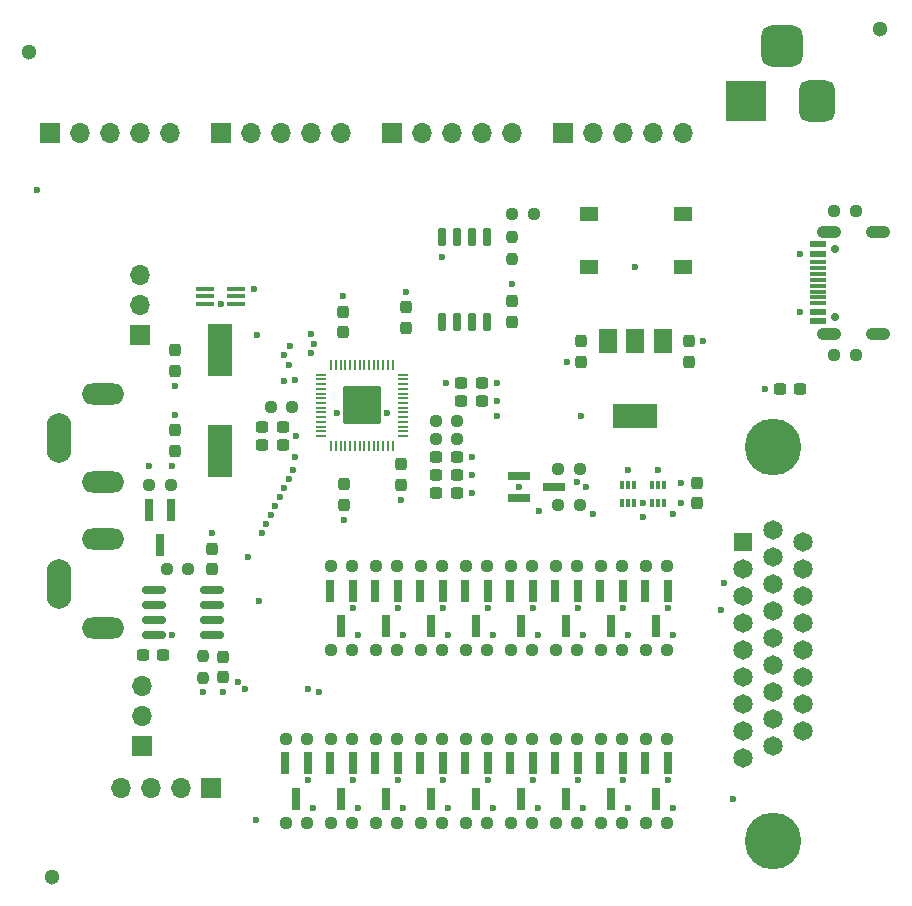
<source format=gbr>
%TF.GenerationSoftware,KiCad,Pcbnew,6.0.2+dfsg-1*%
%TF.CreationDate,2022-09-07T02:14:39-05:00*%
%TF.ProjectId,veritas,76657269-7461-4732-9e6b-696361645f70,rev?*%
%TF.SameCoordinates,Original*%
%TF.FileFunction,Soldermask,Top*%
%TF.FilePolarity,Negative*%
%FSLAX46Y46*%
G04 Gerber Fmt 4.6, Leading zero omitted, Abs format (unit mm)*
G04 Created by KiCad (PCBNEW 6.0.2+dfsg-1) date 2022-09-07 02:14:39*
%MOMM*%
%LPD*%
G01*
G04 APERTURE LIST*
G04 Aperture macros list*
%AMRoundRect*
0 Rectangle with rounded corners*
0 $1 Rounding radius*
0 $2 $3 $4 $5 $6 $7 $8 $9 X,Y pos of 4 corners*
0 Add a 4 corners polygon primitive as box body*
4,1,4,$2,$3,$4,$5,$6,$7,$8,$9,$2,$3,0*
0 Add four circle primitives for the rounded corners*
1,1,$1+$1,$2,$3*
1,1,$1+$1,$4,$5*
1,1,$1+$1,$6,$7*
1,1,$1+$1,$8,$9*
0 Add four rect primitives between the rounded corners*
20,1,$1+$1,$2,$3,$4,$5,0*
20,1,$1+$1,$4,$5,$6,$7,0*
20,1,$1+$1,$6,$7,$8,$9,0*
20,1,$1+$1,$8,$9,$2,$3,0*%
G04 Aperture macros list end*
%ADD10R,1.700000X1.700000*%
%ADD11O,1.700000X1.700000*%
%ADD12RoundRect,0.237500X-0.250000X-0.237500X0.250000X-0.237500X0.250000X0.237500X-0.250000X0.237500X0*%
%ADD13O,3.600000X1.800000*%
%ADD14O,2.100000X4.200000*%
%ADD15RoundRect,0.237500X0.300000X0.237500X-0.300000X0.237500X-0.300000X-0.237500X0.300000X-0.237500X0*%
%ADD16R,0.800000X1.900000*%
%ADD17RoundRect,0.237500X0.237500X-0.300000X0.237500X0.300000X-0.237500X0.300000X-0.237500X-0.300000X0*%
%ADD18C,4.800000*%
%ADD19R,1.650000X1.650000*%
%ADD20C,1.650000*%
%ADD21RoundRect,0.237500X-0.237500X0.250000X-0.237500X-0.250000X0.237500X-0.250000X0.237500X0.250000X0*%
%ADD22C,1.300000*%
%ADD23RoundRect,0.237500X-0.237500X0.300000X-0.237500X-0.300000X0.237500X-0.300000X0.237500X0.300000X0*%
%ADD24RoundRect,0.237500X-0.300000X-0.237500X0.300000X-0.237500X0.300000X0.237500X-0.300000X0.237500X0*%
%ADD25R,1.550000X1.300000*%
%ADD26RoundRect,0.150000X-0.150000X0.650000X-0.150000X-0.650000X0.150000X-0.650000X0.150000X0.650000X0*%
%ADD27C,0.700000*%
%ADD28R,1.450000X0.600000*%
%ADD29R,1.450000X0.300000*%
%ADD30O,2.100000X1.050000*%
%ADD31RoundRect,0.237500X0.250000X0.237500X-0.250000X0.237500X-0.250000X-0.237500X0.250000X-0.237500X0*%
%ADD32R,0.340000X0.700000*%
%ADD33R,1.900000X0.800000*%
%ADD34RoundRect,0.150000X-0.825000X-0.150000X0.825000X-0.150000X0.825000X0.150000X-0.825000X0.150000X0*%
%ADD35R,1.500000X2.000000*%
%ADD36R,3.800000X2.000000*%
%ADD37R,3.500000X3.500000*%
%ADD38RoundRect,0.750000X0.750000X1.000000X-0.750000X1.000000X-0.750000X-1.000000X0.750000X-1.000000X0*%
%ADD39RoundRect,0.875000X0.875000X0.875000X-0.875000X0.875000X-0.875000X-0.875000X0.875000X-0.875000X0*%
%ADD40R,2.000000X4.500000*%
%ADD41R,1.500000X0.400000*%
%ADD42RoundRect,0.050000X-0.050000X0.387500X-0.050000X-0.387500X0.050000X-0.387500X0.050000X0.387500X0*%
%ADD43RoundRect,0.050000X-0.387500X0.050000X-0.387500X-0.050000X0.387500X-0.050000X0.387500X0.050000X0*%
%ADD44RoundRect,0.144000X-1.456000X1.456000X-1.456000X-1.456000X1.456000X-1.456000X1.456000X1.456000X0*%
%ADD45C,0.600000*%
G04 APERTURE END LIST*
D10*
%TO.C,J5*%
X-127000Y62992000D03*
D11*
X2413000Y62992000D03*
X4953000Y62992000D03*
X7493000Y62992000D03*
X10033000Y62992000D03*
%TD*%
D12*
%TO.C,R7*%
X66258000Y56364999D03*
X68083000Y56364999D03*
%TD*%
D10*
%TO.C,J10*%
X7620000Y11049000D03*
D11*
X7620000Y13589000D03*
X7620000Y16129000D03*
%TD*%
D13*
%TO.C,J9*%
X4318000Y28575000D03*
X4318000Y21075000D03*
D14*
X618000Y24825000D03*
%TD*%
D12*
%TO.C,R25*%
X42648500Y26289000D03*
X44473500Y26289000D03*
%TD*%
D15*
%TO.C,C2*%
X19531500Y36576000D03*
X17806500Y36576000D03*
%TD*%
D16*
%TO.C,Q20*%
X10094000Y31067000D03*
X8194000Y31067000D03*
X9144000Y28067000D03*
%TD*%
D17*
%TO.C,C19*%
X14478000Y16917500D03*
X14478000Y18642500D03*
%TD*%
D10*
%TO.C,J2*%
X43307000Y62992000D03*
D11*
X45847000Y62992000D03*
X48387000Y62992000D03*
X50927000Y62992000D03*
X53467000Y62992000D03*
%TD*%
D15*
%TO.C,C20*%
X63373000Y41275000D03*
X61648000Y41275000D03*
%TD*%
D12*
%TO.C,R45*%
X8231500Y33147000D03*
X10056500Y33147000D03*
%TD*%
%TO.C,R14*%
X50268500Y26289000D03*
X52093500Y26289000D03*
%TD*%
D18*
%TO.C,J11*%
X61087000Y3048000D03*
X61087000Y36368000D03*
D19*
X58547000Y28358000D03*
D20*
X58547000Y26068000D03*
X58547000Y23778000D03*
X58547000Y21488000D03*
X58547000Y19198000D03*
X58547000Y16908000D03*
X58547000Y14618000D03*
X58547000Y12328000D03*
X58547000Y10038000D03*
X61087000Y29378000D03*
X61087000Y27088000D03*
X61087000Y24798000D03*
X61087000Y22508000D03*
X61087000Y20218000D03*
X61087000Y17928000D03*
X61087000Y15638000D03*
X61087000Y13348000D03*
X61087000Y11058000D03*
X63627000Y28358000D03*
X63627000Y26068000D03*
X63627000Y23778000D03*
X63627000Y21488000D03*
X63627000Y19198000D03*
X63627000Y16908000D03*
X63627000Y14618000D03*
X63627000Y12328000D03*
%TD*%
D21*
%TO.C,R22*%
X12827000Y18669000D03*
X12827000Y16844000D03*
%TD*%
D12*
%TO.C,R43*%
X27408500Y19177000D03*
X29233500Y19177000D03*
%TD*%
D16*
%TO.C,Q4*%
X25461000Y9604000D03*
X23561000Y9604000D03*
X24511000Y6604000D03*
%TD*%
D12*
%TO.C,R9*%
X23598500Y26289000D03*
X25423500Y26289000D03*
%TD*%
D21*
%TO.C,R2*%
X38989000Y54149000D03*
X38989000Y52324000D03*
%TD*%
D22*
%TO.C,REF\u002A\u002A*%
X70104000Y71755000D03*
%TD*%
D16*
%TO.C,Q17*%
X33081000Y9604000D03*
X31181000Y9604000D03*
X32131000Y6604000D03*
%TD*%
D12*
%TO.C,R28*%
X42648500Y4572000D03*
X44473500Y4572000D03*
%TD*%
D23*
%TO.C,C10*%
X44831000Y45339000D03*
X44831000Y43614000D03*
%TD*%
D17*
%TO.C,C13*%
X10414000Y42852000D03*
X10414000Y44577000D03*
%TD*%
D24*
%TO.C,C4*%
X32538500Y35560000D03*
X34263500Y35560000D03*
%TD*%
D22*
%TO.C,REF\u002A\u002A*%
X-1905000Y69850000D03*
%TD*%
D16*
%TO.C,Q5*%
X52131000Y24209000D03*
X50231000Y24209000D03*
X51181000Y21209000D03*
%TD*%
D12*
%TO.C,R32*%
X38838500Y4572000D03*
X40663500Y4572000D03*
%TD*%
D25*
%TO.C,SW1*%
X45466000Y51634000D03*
X53426000Y51634000D03*
X45466000Y56134000D03*
X53426000Y56134000D03*
%TD*%
D12*
%TO.C,R34*%
X35028500Y11684000D03*
X36853500Y11684000D03*
%TD*%
%TO.C,R39*%
X31218500Y19177000D03*
X33043500Y19177000D03*
%TD*%
%TO.C,R17*%
X50268500Y19177000D03*
X52093500Y19177000D03*
%TD*%
%TO.C,R40*%
X31218500Y4572000D03*
X33043500Y4572000D03*
%TD*%
%TO.C,R3*%
X18542000Y39751000D03*
X20367000Y39751000D03*
%TD*%
D26*
%TO.C,U1*%
X36830000Y54190000D03*
X35560000Y54190000D03*
X34290000Y54190000D03*
X33020000Y54190000D03*
X33020000Y46990000D03*
X34290000Y46990000D03*
X35560000Y46990000D03*
X36830000Y46990000D03*
%TD*%
D12*
%TO.C,R15*%
X50268500Y11684000D03*
X52093500Y11684000D03*
%TD*%
D15*
%TO.C,C15*%
X36396000Y41783000D03*
X34671000Y41783000D03*
%TD*%
D12*
%TO.C,R46*%
X9732000Y26035000D03*
X11557000Y26035000D03*
%TD*%
D22*
%TO.C,REF\u002A\u002A*%
X0Y0D03*
%TD*%
D12*
%TO.C,R23*%
X46458500Y19177000D03*
X48283500Y19177000D03*
%TD*%
D13*
%TO.C,J8*%
X4318000Y33401000D03*
X4318000Y40901000D03*
D14*
X618000Y37151000D03*
%TD*%
D17*
%TO.C,C11*%
X38989000Y46990000D03*
X38989000Y48715000D03*
%TD*%
D12*
%TO.C,R35*%
X35028500Y19177000D03*
X36853500Y19177000D03*
%TD*%
%TO.C,R19*%
X19788500Y4572000D03*
X21613500Y4572000D03*
%TD*%
D16*
%TO.C,Q16*%
X33081000Y24209000D03*
X31181000Y24209000D03*
X32131000Y21209000D03*
%TD*%
%TO.C,Q7*%
X21651000Y9604000D03*
X19751000Y9604000D03*
X20701000Y6604000D03*
%TD*%
D12*
%TO.C,R38*%
X31218500Y11684000D03*
X33043500Y11684000D03*
%TD*%
D27*
%TO.C,J7*%
X66327000Y53184000D03*
X66327000Y47404000D03*
D28*
X64882000Y47044000D03*
X64882000Y47844000D03*
D29*
X64882000Y49044000D03*
X64882000Y50044000D03*
X64882000Y50544000D03*
X64882000Y51544000D03*
D28*
X64882000Y52744000D03*
X64882000Y53544000D03*
X64882000Y53544000D03*
X64882000Y52744000D03*
D29*
X64882000Y52044000D03*
X64882000Y51044000D03*
X64882000Y49544000D03*
X64882000Y48544000D03*
D28*
X64882000Y47844000D03*
X64882000Y47044000D03*
D30*
X69977000Y45974000D03*
X65797000Y54614000D03*
X69977000Y54614000D03*
X65797000Y45974000D03*
%TD*%
D16*
%TO.C,Q12*%
X40701000Y24209000D03*
X38801000Y24209000D03*
X39751000Y21209000D03*
%TD*%
D12*
%TO.C,R16*%
X19788500Y11684000D03*
X21613500Y11684000D03*
%TD*%
D16*
%TO.C,Q13*%
X40701000Y9604000D03*
X38801000Y9604000D03*
X39751000Y6604000D03*
%TD*%
D12*
%TO.C,R10*%
X23598500Y11684000D03*
X25423500Y11684000D03*
%TD*%
D24*
%TO.C,C17*%
X7673000Y18796000D03*
X9398000Y18796000D03*
%TD*%
D15*
%TO.C,C16*%
X36396000Y40259000D03*
X34671000Y40259000D03*
%TD*%
D23*
%TO.C,C3*%
X29591000Y34925000D03*
X29591000Y33200000D03*
%TD*%
D12*
%TO.C,R31*%
X38838500Y19177000D03*
X40663500Y19177000D03*
%TD*%
%TO.C,R26*%
X42648500Y11684000D03*
X44473500Y11684000D03*
%TD*%
D31*
%TO.C,R1*%
X40814000Y56134000D03*
X38989000Y56134000D03*
%TD*%
D12*
%TO.C,R5*%
X32512000Y38608000D03*
X34337000Y38608000D03*
%TD*%
D32*
%TO.C,U6*%
X49268000Y33135000D03*
X48768000Y33135000D03*
X48268000Y33135000D03*
X48268000Y31635000D03*
X48768000Y31635000D03*
X49268000Y31635000D03*
%TD*%
%TO.C,U5*%
X51808000Y33135000D03*
X51308000Y33135000D03*
X50808000Y33135000D03*
X50808000Y31635000D03*
X51308000Y31635000D03*
X51808000Y31635000D03*
%TD*%
D10*
%TO.C,J4*%
X14351000Y62992000D03*
D11*
X16891000Y62992000D03*
X19431000Y62992000D03*
X21971000Y62992000D03*
X24511000Y62992000D03*
%TD*%
D24*
%TO.C,C8*%
X32538500Y32512000D03*
X34263500Y32512000D03*
%TD*%
D10*
%TO.C,J6*%
X7493000Y45847000D03*
D11*
X7493000Y48387000D03*
X7493000Y50927000D03*
%TD*%
D16*
%TO.C,Q15*%
X36891000Y9604000D03*
X34991000Y9604000D03*
X35941000Y6604000D03*
%TD*%
D12*
%TO.C,R42*%
X27408500Y11684000D03*
X29233500Y11684000D03*
%TD*%
%TO.C,R12*%
X23598500Y19177000D03*
X25423500Y19177000D03*
%TD*%
%TO.C,R11*%
X42879000Y31496000D03*
X44704000Y31496000D03*
%TD*%
D16*
%TO.C,Q18*%
X29271000Y24209000D03*
X27371000Y24209000D03*
X28321000Y21209000D03*
%TD*%
D12*
%TO.C,R6*%
X66258000Y44172999D03*
X68083000Y44172999D03*
%TD*%
D16*
%TO.C,Q19*%
X29271000Y9604000D03*
X27371000Y9604000D03*
X28321000Y6604000D03*
%TD*%
D12*
%TO.C,R24*%
X46458500Y4572000D03*
X48283500Y4572000D03*
%TD*%
D24*
%TO.C,C6*%
X32538500Y34036000D03*
X34263500Y34036000D03*
%TD*%
D15*
%TO.C,C1*%
X19531500Y38100000D03*
X17806500Y38100000D03*
%TD*%
D33*
%TO.C,Q2*%
X39521000Y33970000D03*
X39521000Y32070000D03*
X42521000Y33020000D03*
%TD*%
D16*
%TO.C,Q8*%
X48321000Y24209000D03*
X46421000Y24209000D03*
X47371000Y21209000D03*
%TD*%
D34*
%TO.C,U4*%
X8636000Y24257000D03*
X8636000Y22987000D03*
X8636000Y21717000D03*
X8636000Y20447000D03*
X13586000Y20447000D03*
X13586000Y21717000D03*
X13586000Y22987000D03*
X13586000Y24257000D03*
%TD*%
D16*
%TO.C,Q10*%
X44511000Y24209000D03*
X42611000Y24209000D03*
X43561000Y21209000D03*
%TD*%
D12*
%TO.C,R13*%
X23598500Y4572000D03*
X25423500Y4572000D03*
%TD*%
D17*
%TO.C,C7*%
X53975000Y43614000D03*
X53975000Y45339000D03*
%TD*%
D16*
%TO.C,Q9*%
X48321000Y9604000D03*
X46421000Y9604000D03*
X47371000Y6604000D03*
%TD*%
D35*
%TO.C,U2*%
X51703000Y45339000D03*
X49403000Y45339000D03*
D36*
X49403000Y39039000D03*
D35*
X47103000Y45339000D03*
%TD*%
D12*
%TO.C,R21*%
X46458500Y11684000D03*
X48283500Y11684000D03*
%TD*%
D10*
%TO.C,J3*%
X28829000Y62992000D03*
D11*
X31369000Y62992000D03*
X33909000Y62992000D03*
X36449000Y62992000D03*
X38989000Y62992000D03*
%TD*%
D37*
%TO.C,J1*%
X58801000Y65659000D03*
D38*
X64801000Y65659000D03*
D39*
X61801000Y70359000D03*
%TD*%
D12*
%TO.C,R41*%
X27408500Y26289000D03*
X29233500Y26289000D03*
%TD*%
D31*
%TO.C,R8*%
X44704000Y34544000D03*
X42879000Y34544000D03*
%TD*%
D12*
%TO.C,R27*%
X42648500Y19177000D03*
X44473500Y19177000D03*
%TD*%
D16*
%TO.C,Q3*%
X25461000Y24209000D03*
X23561000Y24209000D03*
X24511000Y21209000D03*
%TD*%
%TO.C,Q6*%
X52131000Y9604000D03*
X50231000Y9604000D03*
X51181000Y6604000D03*
%TD*%
D23*
%TO.C,C14*%
X10414000Y37793000D03*
X10414000Y36068000D03*
%TD*%
D12*
%TO.C,R18*%
X50268500Y4572000D03*
X52093500Y4572000D03*
%TD*%
%TO.C,R4*%
X32512000Y37084000D03*
X34337000Y37084000D03*
%TD*%
D17*
%TO.C,C9*%
X29972000Y46482000D03*
X29972000Y48207000D03*
%TD*%
D40*
%TO.C,Y1*%
X14224000Y36077000D03*
X14224000Y44577000D03*
%TD*%
D12*
%TO.C,R20*%
X46458500Y26289000D03*
X48283500Y26289000D03*
%TD*%
%TO.C,R36*%
X35028500Y4572000D03*
X36853500Y4572000D03*
%TD*%
D17*
%TO.C,C12*%
X24638000Y46101000D03*
X24638000Y47826000D03*
%TD*%
D41*
%TO.C,Q1*%
X15621000Y48484000D03*
X15621000Y49134000D03*
X15621000Y49784000D03*
X12961000Y49784000D03*
X12961000Y49134000D03*
X12961000Y48484000D03*
%TD*%
D23*
%TO.C,C5*%
X24765000Y33221000D03*
X24765000Y31496000D03*
%TD*%
D10*
%TO.C,J12*%
X13462000Y7493000D03*
D11*
X10922000Y7493000D03*
X8382000Y7493000D03*
X5842000Y7493000D03*
%TD*%
D12*
%TO.C,R29*%
X38838500Y26289000D03*
X40663500Y26289000D03*
%TD*%
D23*
%TO.C,C18*%
X13589000Y27760000D03*
X13589000Y26035000D03*
%TD*%
D12*
%TO.C,R30*%
X38838500Y11684000D03*
X40663500Y11684000D03*
%TD*%
D17*
%TO.C,C21*%
X54610000Y31623000D03*
X54610000Y33348000D03*
%TD*%
D12*
%TO.C,R37*%
X31218500Y26289000D03*
X33043500Y26289000D03*
%TD*%
D42*
%TO.C,U3*%
X28849000Y43346500D03*
X28449000Y43346500D03*
X28049000Y43346500D03*
X27649000Y43346500D03*
X27249000Y43346500D03*
X26849000Y43346500D03*
X26449000Y43346500D03*
X26049000Y43346500D03*
X25649000Y43346500D03*
X25249000Y43346500D03*
X24849000Y43346500D03*
X24449000Y43346500D03*
X24049000Y43346500D03*
X23649000Y43346500D03*
D43*
X22811500Y42509000D03*
X22811500Y42109000D03*
X22811500Y41709000D03*
X22811500Y41309000D03*
X22811500Y40909000D03*
X22811500Y40509000D03*
X22811500Y40109000D03*
X22811500Y39709000D03*
X22811500Y39309000D03*
X22811500Y38909000D03*
X22811500Y38509000D03*
X22811500Y38109000D03*
X22811500Y37709000D03*
X22811500Y37309000D03*
D42*
X23649000Y36471500D03*
X24049000Y36471500D03*
X24449000Y36471500D03*
X24849000Y36471500D03*
X25249000Y36471500D03*
X25649000Y36471500D03*
X26049000Y36471500D03*
X26449000Y36471500D03*
X26849000Y36471500D03*
X27249000Y36471500D03*
X27649000Y36471500D03*
X28049000Y36471500D03*
X28449000Y36471500D03*
X28849000Y36471500D03*
D43*
X29686500Y37309000D03*
X29686500Y37709000D03*
X29686500Y38109000D03*
X29686500Y38509000D03*
X29686500Y38909000D03*
X29686500Y39309000D03*
X29686500Y39709000D03*
X29686500Y40109000D03*
X29686500Y40509000D03*
X29686500Y40909000D03*
X29686500Y41309000D03*
X29686500Y41709000D03*
X29686500Y42109000D03*
X29686500Y42509000D03*
D44*
X26249000Y39909000D03*
%TD*%
D16*
%TO.C,Q14*%
X36891000Y24209000D03*
X34991000Y24209000D03*
X35941000Y21209000D03*
%TD*%
D12*
%TO.C,R44*%
X27408500Y4572000D03*
X29233500Y4572000D03*
%TD*%
D16*
%TO.C,Q11*%
X44511000Y9604000D03*
X42611000Y9604000D03*
X43561000Y6604000D03*
%TD*%
D12*
%TO.C,R33*%
X35028500Y26289000D03*
X36853500Y26289000D03*
%TD*%
D45*
X40701000Y22794000D03*
X36891000Y22794000D03*
X40701000Y8189000D03*
X33081000Y8189000D03*
X33081000Y22794000D03*
X29271000Y8189000D03*
X16637000Y27051000D03*
X56896000Y24892000D03*
X48321000Y22794000D03*
X29271000Y22794000D03*
X37719000Y38989000D03*
X25461000Y22794000D03*
X48321000Y8189000D03*
X21651000Y8189000D03*
X44831000Y38989000D03*
X52131000Y8189000D03*
X44511000Y8189000D03*
X25461000Y8189000D03*
X52131000Y22794000D03*
X36891000Y8189000D03*
X44511000Y22794000D03*
X35560000Y35560000D03*
X33020000Y52451000D03*
X10160000Y20447000D03*
X49403000Y51634000D03*
X20574000Y35560000D03*
X43589000Y43614000D03*
X29591000Y31877000D03*
X48768000Y34417000D03*
X24638000Y49149000D03*
X53266000Y33348000D03*
X10414000Y39116000D03*
X14478000Y15621000D03*
X60351500Y41275000D03*
X24765000Y30173000D03*
X35560000Y34036000D03*
X35560000Y32512000D03*
X38989000Y50165000D03*
X55118000Y45339000D03*
X13589000Y29083000D03*
X17399000Y45847000D03*
X37719000Y40259000D03*
X37719000Y41783000D03*
X17145000Y49784000D03*
X29972000Y49530000D03*
X10414000Y41529000D03*
X51308000Y34417000D03*
X12827000Y15621000D03*
X24166234Y39285163D03*
X20701000Y37338000D03*
X33401000Y41783000D03*
X28328716Y39262600D03*
X63372001Y47844000D03*
X63372000Y52742616D03*
X17272000Y4826000D03*
X14321000Y48484000D03*
X17780000Y29083000D03*
X21971000Y45974000D03*
X22225000Y45085000D03*
X18161000Y29845000D03*
X18542000Y30607000D03*
X21971000Y44323000D03*
X20158738Y44923738D03*
X18923000Y31369000D03*
X19685000Y44182296D03*
X19304000Y32131000D03*
X19685000Y32893000D03*
X20066000Y43307000D03*
X20066000Y33655000D03*
X19652981Y42004981D03*
X20447000Y34417000D03*
X20574000Y42037000D03*
X10160000Y34798000D03*
X8231500Y34774500D03*
X39545000Y32972000D03*
X44450000Y33401000D03*
X16383000Y15875000D03*
X21717000Y15875000D03*
X22606000Y15621000D03*
X15748000Y16510000D03*
X45847000Y30734000D03*
X52578000Y30734000D03*
X41275000Y30988000D03*
X50038000Y30480000D03*
X52578000Y20447000D03*
X48768000Y5842000D03*
X52578000Y5842000D03*
X44958000Y5842000D03*
X33528000Y20447000D03*
X41148000Y20447000D03*
X41148000Y5842000D03*
X45212000Y33020000D03*
X44958000Y20447000D03*
X50026000Y31635000D03*
X29718000Y20447000D03*
X17526000Y23368000D03*
X25908000Y20447000D03*
X48768000Y20447000D03*
X29718000Y5842000D03*
X25908000Y5842000D03*
X53225000Y31635000D03*
X33528000Y5842000D03*
X57658000Y6604000D03*
X22098000Y5842000D03*
X37338000Y20447000D03*
X37338000Y5842000D03*
X-1270000Y58166000D03*
X56661499Y22625499D03*
M02*

</source>
